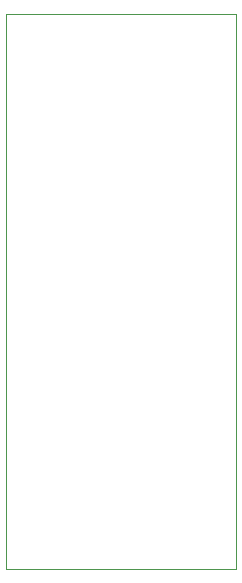
<source format=gbr>
%TF.GenerationSoftware,KiCad,Pcbnew,8.0.1*%
%TF.CreationDate,2024-04-11T09:01:25+02:00*%
%TF.ProjectId,ConditionneurV2,436f6e64-6974-4696-9f6e-6e6575725632,rev?*%
%TF.SameCoordinates,Original*%
%TF.FileFunction,Profile,NP*%
%FSLAX46Y46*%
G04 Gerber Fmt 4.6, Leading zero omitted, Abs format (unit mm)*
G04 Created by KiCad (PCBNEW 8.0.1) date 2024-04-11 09:01:25*
%MOMM*%
%LPD*%
G01*
G04 APERTURE LIST*
%TA.AperFunction,Profile*%
%ADD10C,0.050000*%
%TD*%
G04 APERTURE END LIST*
D10*
X111500000Y-49500000D02*
X131000000Y-49500000D01*
X131000000Y-96500000D01*
X111500000Y-96500000D01*
X111500000Y-49500000D01*
M02*

</source>
